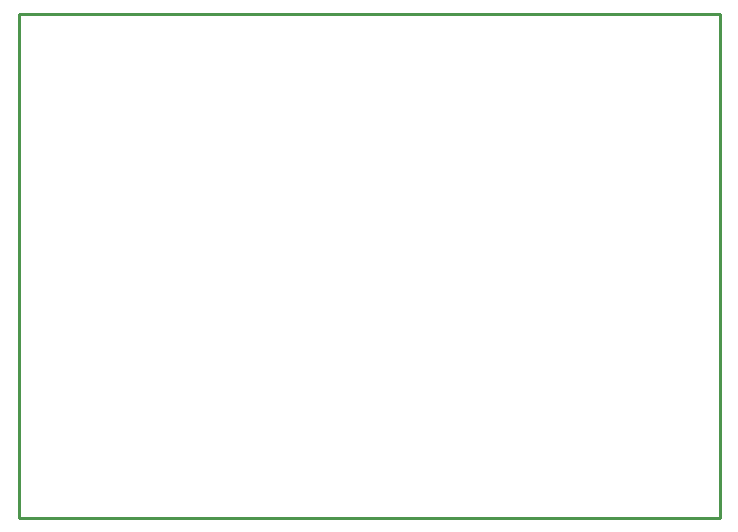
<source format=gko>
G04 Layer: BoardOutlineLayer*
G04 EasyEDA v6.5.47, 2024-09-30 16:46:26*
G04 e7e5d466ba494a0aaca811e2ade4a1f3,2802210eb98647e48a656566f44cf116,10*
G04 Gerber Generator version 0.2*
G04 Scale: 100 percent, Rotated: No, Reflected: No *
G04 Dimensions in millimeters *
G04 leading zeros omitted , absolute positions ,4 integer and 5 decimal *
%FSLAX45Y45*%
%MOMM*%

%ADD10C,0.2540*%
D10*
X2159000Y5537200D02*
G01*
X2159000Y5537200D01*
X8089900Y5537200D01*
X8089900Y1270000D01*
X2159000Y1270000D01*
X2159000Y5537200D01*
X2159000Y5537200D01*
X2159000Y5537200D01*
X2159000Y5537200D01*

%LPD*%
M02*

</source>
